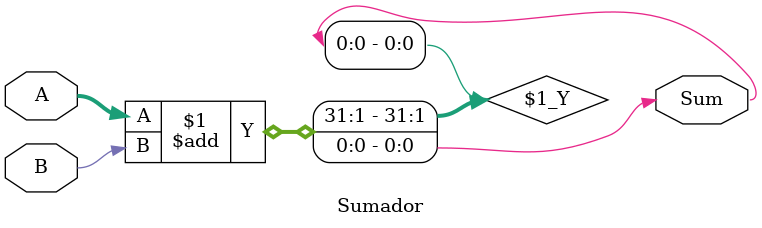
<source format=sv>
module Sumador (input logic [31:0] A, 
					 input logic B,
					 output logic Sum);
					 
		assign Sum = A + B;
		
endmodule 
</source>
